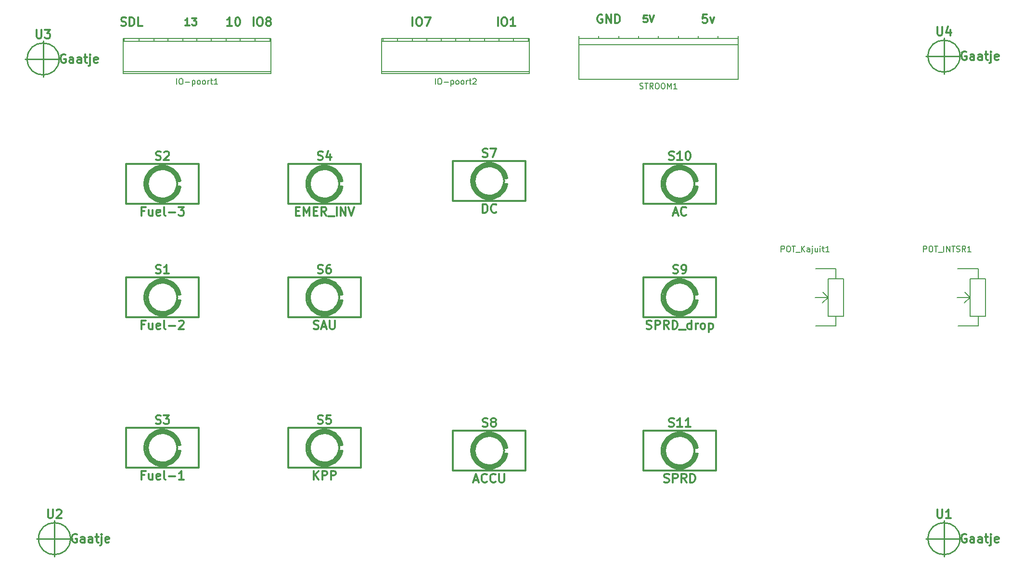
<source format=gbr>
G04 #@! TF.FileFunction,Legend,Top*
%FSLAX46Y46*%
G04 Gerber Fmt 4.6, Leading zero omitted, Abs format (unit mm)*
G04 Created by KiCad (PCBNEW 4.0.0-rc2-stable) date 11-1-2016 16:01:00*
%MOMM*%
G01*
G04 APERTURE LIST*
%ADD10C,0.100000*%
%ADD11C,0.300000*%
%ADD12C,0.150000*%
%ADD13C,0.378460*%
%ADD14C,0.254000*%
%ADD15C,0.304800*%
G04 APERTURE END LIST*
D10*
D11*
X121000000Y-29678571D02*
X121000000Y-28178571D01*
X122000000Y-28178571D02*
X122285714Y-28178571D01*
X122428572Y-28250000D01*
X122571429Y-28392857D01*
X122642857Y-28678571D01*
X122642857Y-29178571D01*
X122571429Y-29464286D01*
X122428572Y-29607143D01*
X122285714Y-29678571D01*
X122000000Y-29678571D01*
X121857143Y-29607143D01*
X121714286Y-29464286D01*
X121642857Y-29178571D01*
X121642857Y-28678571D01*
X121714286Y-28392857D01*
X121857143Y-28250000D01*
X122000000Y-28178571D01*
X124071429Y-29678571D02*
X123214286Y-29678571D01*
X123642858Y-29678571D02*
X123642858Y-28178571D01*
X123500001Y-28392857D01*
X123357143Y-28535714D01*
X123214286Y-28607143D01*
X106000000Y-29678571D02*
X106000000Y-28178571D01*
X107000000Y-28178571D02*
X107285714Y-28178571D01*
X107428572Y-28250000D01*
X107571429Y-28392857D01*
X107642857Y-28678571D01*
X107642857Y-29178571D01*
X107571429Y-29464286D01*
X107428572Y-29607143D01*
X107285714Y-29678571D01*
X107000000Y-29678571D01*
X106857143Y-29607143D01*
X106714286Y-29464286D01*
X106642857Y-29178571D01*
X106642857Y-28678571D01*
X106714286Y-28392857D01*
X106857143Y-28250000D01*
X107000000Y-28178571D01*
X108142858Y-28178571D02*
X109142858Y-28178571D01*
X108500001Y-29678571D01*
X147271429Y-27842857D02*
X146700000Y-27842857D01*
X146642857Y-28414286D01*
X146700000Y-28357143D01*
X146814286Y-28300000D01*
X147100000Y-28300000D01*
X147214286Y-28357143D01*
X147271429Y-28414286D01*
X147328572Y-28528571D01*
X147328572Y-28814286D01*
X147271429Y-28928571D01*
X147214286Y-28985714D01*
X147100000Y-29042857D01*
X146814286Y-29042857D01*
X146700000Y-28985714D01*
X146642857Y-28928571D01*
X147671429Y-27842857D02*
X148071429Y-29042857D01*
X148471429Y-27842857D01*
X139357143Y-27750000D02*
X139214286Y-27678571D01*
X139000000Y-27678571D01*
X138785715Y-27750000D01*
X138642857Y-27892857D01*
X138571429Y-28035714D01*
X138500000Y-28321429D01*
X138500000Y-28535714D01*
X138571429Y-28821429D01*
X138642857Y-28964286D01*
X138785715Y-29107143D01*
X139000000Y-29178571D01*
X139142857Y-29178571D01*
X139357143Y-29107143D01*
X139428572Y-29035714D01*
X139428572Y-28535714D01*
X139142857Y-28535714D01*
X140071429Y-29178571D02*
X140071429Y-27678571D01*
X140928572Y-29178571D01*
X140928572Y-27678571D01*
X141642858Y-29178571D02*
X141642858Y-27678571D01*
X142000001Y-27678571D01*
X142214286Y-27750000D01*
X142357144Y-27892857D01*
X142428572Y-28035714D01*
X142500001Y-28321429D01*
X142500001Y-28535714D01*
X142428572Y-28821429D01*
X142357144Y-28964286D01*
X142214286Y-29107143D01*
X142000001Y-29178571D01*
X141642858Y-29178571D01*
X157785715Y-27678571D02*
X157071429Y-27678571D01*
X157000000Y-28392857D01*
X157071429Y-28321429D01*
X157214286Y-28250000D01*
X157571429Y-28250000D01*
X157714286Y-28321429D01*
X157785715Y-28392857D01*
X157857143Y-28535714D01*
X157857143Y-28892857D01*
X157785715Y-29035714D01*
X157714286Y-29107143D01*
X157571429Y-29178571D01*
X157214286Y-29178571D01*
X157071429Y-29107143D01*
X157000000Y-29035714D01*
X158357143Y-28178571D02*
X158714286Y-29178571D01*
X159071428Y-28178571D01*
X74214286Y-29678571D02*
X73357143Y-29678571D01*
X73785715Y-29678571D02*
X73785715Y-28178571D01*
X73642858Y-28392857D01*
X73500000Y-28535714D01*
X73357143Y-28607143D01*
X75142857Y-28178571D02*
X75285714Y-28178571D01*
X75428571Y-28250000D01*
X75500000Y-28321429D01*
X75571429Y-28464286D01*
X75642857Y-28750000D01*
X75642857Y-29107143D01*
X75571429Y-29392857D01*
X75500000Y-29535714D01*
X75428571Y-29607143D01*
X75285714Y-29678571D01*
X75142857Y-29678571D01*
X75000000Y-29607143D01*
X74928571Y-29535714D01*
X74857143Y-29392857D01*
X74785714Y-29107143D01*
X74785714Y-28750000D01*
X74857143Y-28464286D01*
X74928571Y-28321429D01*
X75000000Y-28250000D01*
X75142857Y-28178571D01*
X66752381Y-29588095D02*
X66009524Y-29588095D01*
X66380953Y-29588095D02*
X66380953Y-28288095D01*
X66257143Y-28473810D01*
X66133334Y-28597619D01*
X66009524Y-28659524D01*
X67185714Y-28288095D02*
X67990476Y-28288095D01*
X67557143Y-28783333D01*
X67742857Y-28783333D01*
X67866667Y-28845238D01*
X67928571Y-28907143D01*
X67990476Y-29030952D01*
X67990476Y-29340476D01*
X67928571Y-29464286D01*
X67866667Y-29526190D01*
X67742857Y-29588095D01*
X67371429Y-29588095D01*
X67247619Y-29526190D01*
X67185714Y-29464286D01*
X78000000Y-29678571D02*
X78000000Y-28178571D01*
X79000000Y-28178571D02*
X79285714Y-28178571D01*
X79428572Y-28250000D01*
X79571429Y-28392857D01*
X79642857Y-28678571D01*
X79642857Y-29178571D01*
X79571429Y-29464286D01*
X79428572Y-29607143D01*
X79285714Y-29678571D01*
X79000000Y-29678571D01*
X78857143Y-29607143D01*
X78714286Y-29464286D01*
X78642857Y-29178571D01*
X78642857Y-28678571D01*
X78714286Y-28392857D01*
X78857143Y-28250000D01*
X79000000Y-28178571D01*
X80500001Y-28821429D02*
X80357143Y-28750000D01*
X80285715Y-28678571D01*
X80214286Y-28535714D01*
X80214286Y-28464286D01*
X80285715Y-28321429D01*
X80357143Y-28250000D01*
X80500001Y-28178571D01*
X80785715Y-28178571D01*
X80928572Y-28250000D01*
X81000001Y-28321429D01*
X81071429Y-28464286D01*
X81071429Y-28535714D01*
X81000001Y-28678571D01*
X80928572Y-28750000D01*
X80785715Y-28821429D01*
X80500001Y-28821429D01*
X80357143Y-28892857D01*
X80285715Y-28964286D01*
X80214286Y-29107143D01*
X80214286Y-29392857D01*
X80285715Y-29535714D01*
X80357143Y-29607143D01*
X80500001Y-29678571D01*
X80785715Y-29678571D01*
X80928572Y-29607143D01*
X81000001Y-29535714D01*
X81071429Y-29392857D01*
X81071429Y-29107143D01*
X81000001Y-28964286D01*
X80928572Y-28892857D01*
X80785715Y-28821429D01*
X54714286Y-29607143D02*
X54928572Y-29678571D01*
X55285715Y-29678571D01*
X55428572Y-29607143D01*
X55500001Y-29535714D01*
X55571429Y-29392857D01*
X55571429Y-29250000D01*
X55500001Y-29107143D01*
X55428572Y-29035714D01*
X55285715Y-28964286D01*
X55000001Y-28892857D01*
X54857143Y-28821429D01*
X54785715Y-28750000D01*
X54714286Y-28607143D01*
X54714286Y-28464286D01*
X54785715Y-28321429D01*
X54857143Y-28250000D01*
X55000001Y-28178571D01*
X55357143Y-28178571D01*
X55571429Y-28250000D01*
X56214286Y-29678571D02*
X56214286Y-28178571D01*
X56571429Y-28178571D01*
X56785714Y-28250000D01*
X56928572Y-28392857D01*
X57000000Y-28535714D01*
X57071429Y-28821429D01*
X57071429Y-29035714D01*
X57000000Y-29321429D01*
X56928572Y-29464286D01*
X56785714Y-29607143D01*
X56571429Y-29678571D01*
X56214286Y-29678571D01*
X58428572Y-29678571D02*
X57714286Y-29678571D01*
X57714286Y-28178571D01*
D12*
X68070000Y-32399040D02*
X68070000Y-31901200D01*
X55070280Y-37700020D02*
X81069720Y-37700020D01*
X81069720Y-38098800D02*
X55070280Y-38098800D01*
X55070280Y-32399040D02*
X81069720Y-32399040D01*
X81069720Y-31901200D02*
X55070280Y-31901200D01*
X70569360Y-32399040D02*
X70569360Y-31901200D01*
X65570640Y-32399040D02*
X65570640Y-31901200D01*
X57869360Y-32399040D02*
X57869360Y-31901200D01*
X60470320Y-32399040D02*
X60470320Y-31901200D01*
X62967140Y-32399040D02*
X62967140Y-31901200D01*
X73170320Y-32399040D02*
X73170320Y-31901200D01*
X75667140Y-32399040D02*
X75667140Y-31901200D01*
X80869060Y-31901200D02*
X80869060Y-32399040D01*
X55270940Y-32399040D02*
X55270940Y-31901200D01*
X78265560Y-31901200D02*
X78265560Y-32399040D01*
X55072820Y-31901200D02*
X55072820Y-38098800D01*
X81067180Y-38098800D02*
X81067180Y-31901200D01*
X113570000Y-32399040D02*
X113570000Y-31901200D01*
X100570280Y-37700020D02*
X126569720Y-37700020D01*
X126569720Y-38098800D02*
X100570280Y-38098800D01*
X100570280Y-32399040D02*
X126569720Y-32399040D01*
X126569720Y-31901200D02*
X100570280Y-31901200D01*
X116069360Y-32399040D02*
X116069360Y-31901200D01*
X111070640Y-32399040D02*
X111070640Y-31901200D01*
X103369360Y-32399040D02*
X103369360Y-31901200D01*
X105970320Y-32399040D02*
X105970320Y-31901200D01*
X108467140Y-32399040D02*
X108467140Y-31901200D01*
X118670320Y-32399040D02*
X118670320Y-31901200D01*
X121167140Y-32399040D02*
X121167140Y-31901200D01*
X126369060Y-31901200D02*
X126369060Y-32399040D01*
X100770940Y-32399040D02*
X100770940Y-31901200D01*
X123765560Y-31901200D02*
X123765560Y-32399040D01*
X100572820Y-31901200D02*
X100572820Y-38098800D01*
X126567180Y-38098800D02*
X126567180Y-31901200D01*
X205499100Y-82550780D02*
X201950720Y-82550780D01*
X205499100Y-80800720D02*
X205499100Y-82550780D01*
X205499100Y-74201800D02*
X205499100Y-72451740D01*
X205499100Y-72451740D02*
X201899920Y-72451740D01*
X204099560Y-77501260D02*
X201849120Y-77552060D01*
X204099560Y-77501260D02*
X203098800Y-78451220D01*
X204099560Y-77552060D02*
X203149600Y-76551300D01*
X204099560Y-74201800D02*
X206799580Y-74201800D01*
X206799580Y-74201800D02*
X206799580Y-80800720D01*
X206799580Y-80800720D02*
X204099560Y-80800720D01*
X204099560Y-80800720D02*
X204099560Y-74201800D01*
X180499100Y-82550780D02*
X176950720Y-82550780D01*
X180499100Y-80800720D02*
X180499100Y-82550780D01*
X180499100Y-74201800D02*
X180499100Y-72451740D01*
X180499100Y-72451740D02*
X176899920Y-72451740D01*
X179099560Y-77501260D02*
X176849120Y-77552060D01*
X179099560Y-77501260D02*
X178098800Y-78451220D01*
X179099560Y-77552060D02*
X178149600Y-76551300D01*
X179099560Y-74201800D02*
X181799580Y-74201800D01*
X181799580Y-74201800D02*
X181799580Y-80800720D01*
X181799580Y-80800720D02*
X179099560Y-80800720D01*
X179099560Y-80800720D02*
X179099560Y-74201800D01*
D13*
X64600960Y-78000380D02*
X65098800Y-78000380D01*
X64600960Y-76999620D02*
X65098800Y-76999620D01*
X64618172Y-77500000D02*
G75*
G03X64618172Y-77500000I-2618172J0D01*
G01*
X64560320Y-76979300D02*
G75*
G03X61479300Y-74939680I-2560320J-520700D01*
G01*
X61519940Y-80060320D02*
G75*
G03X64560320Y-77980060I480060J2560320D01*
G01*
X61298960Y-80339720D02*
G75*
G03X64839720Y-78201040I701040J2839720D01*
G01*
X64829560Y-76798960D02*
G75*
G03X61298960Y-74670440I-2829560J-701040D01*
G01*
X59399040Y-77500000D02*
G75*
G03X62000000Y-80100960I2600960J0D01*
G01*
X62000000Y-74899040D02*
G75*
G03X59399040Y-77500000I0J-2600960D01*
G01*
X59099320Y-77500000D02*
G75*
G03X62000000Y-80400680I2900680J0D01*
G01*
X62000000Y-74599320D02*
G75*
G03X59099320Y-77500000I0J-2900680D01*
G01*
X61489460Y-80659760D02*
G75*
G03X65159760Y-78010540I510540J3159760D01*
G01*
X65159760Y-76989460D02*
G75*
G03X61489460Y-74340240I-3159760J-510540D01*
G01*
X58799600Y-77500000D02*
G75*
G03X62000000Y-80700400I3200400J0D01*
G01*
X62000000Y-74299600D02*
G75*
G03X58799600Y-77500000I0J-3200400D01*
G01*
X55599200Y-74002420D02*
X68400800Y-74002420D01*
X68400800Y-73999880D02*
X68400800Y-81000120D01*
X68400800Y-81000120D02*
X55599200Y-81000120D01*
X55599200Y-81000120D02*
X55599200Y-73999880D01*
X64600960Y-58000380D02*
X65098800Y-58000380D01*
X64600960Y-56999620D02*
X65098800Y-56999620D01*
X64618172Y-57500000D02*
G75*
G03X64618172Y-57500000I-2618172J0D01*
G01*
X64560320Y-56979300D02*
G75*
G03X61479300Y-54939680I-2560320J-520700D01*
G01*
X61519940Y-60060320D02*
G75*
G03X64560320Y-57980060I480060J2560320D01*
G01*
X61298960Y-60339720D02*
G75*
G03X64839720Y-58201040I701040J2839720D01*
G01*
X64829560Y-56798960D02*
G75*
G03X61298960Y-54670440I-2829560J-701040D01*
G01*
X59399040Y-57500000D02*
G75*
G03X62000000Y-60100960I2600960J0D01*
G01*
X62000000Y-54899040D02*
G75*
G03X59399040Y-57500000I0J-2600960D01*
G01*
X59099320Y-57500000D02*
G75*
G03X62000000Y-60400680I2900680J0D01*
G01*
X62000000Y-54599320D02*
G75*
G03X59099320Y-57500000I0J-2900680D01*
G01*
X61489460Y-60659760D02*
G75*
G03X65159760Y-58010540I510540J3159760D01*
G01*
X65159760Y-56989460D02*
G75*
G03X61489460Y-54340240I-3159760J-510540D01*
G01*
X58799600Y-57500000D02*
G75*
G03X62000000Y-60700400I3200400J0D01*
G01*
X62000000Y-54299600D02*
G75*
G03X58799600Y-57500000I0J-3200400D01*
G01*
X55599200Y-54002420D02*
X68400800Y-54002420D01*
X68400800Y-53999880D02*
X68400800Y-61000120D01*
X68400800Y-61000120D02*
X55599200Y-61000120D01*
X55599200Y-61000120D02*
X55599200Y-53999880D01*
X64600960Y-104500380D02*
X65098800Y-104500380D01*
X64600960Y-103499620D02*
X65098800Y-103499620D01*
X64618172Y-104000000D02*
G75*
G03X64618172Y-104000000I-2618172J0D01*
G01*
X64560320Y-103479300D02*
G75*
G03X61479300Y-101439680I-2560320J-520700D01*
G01*
X61519940Y-106560320D02*
G75*
G03X64560320Y-104480060I480060J2560320D01*
G01*
X61298960Y-106839720D02*
G75*
G03X64839720Y-104701040I701040J2839720D01*
G01*
X64829560Y-103298960D02*
G75*
G03X61298960Y-101170440I-2829560J-701040D01*
G01*
X59399040Y-104000000D02*
G75*
G03X62000000Y-106600960I2600960J0D01*
G01*
X62000000Y-101399040D02*
G75*
G03X59399040Y-104000000I0J-2600960D01*
G01*
X59099320Y-104000000D02*
G75*
G03X62000000Y-106900680I2900680J0D01*
G01*
X62000000Y-101099320D02*
G75*
G03X59099320Y-104000000I0J-2900680D01*
G01*
X61489460Y-107159760D02*
G75*
G03X65159760Y-104510540I510540J3159760D01*
G01*
X65159760Y-103489460D02*
G75*
G03X61489460Y-100840240I-3159760J-510540D01*
G01*
X58799600Y-104000000D02*
G75*
G03X62000000Y-107200400I3200400J0D01*
G01*
X62000000Y-100799600D02*
G75*
G03X58799600Y-104000000I0J-3200400D01*
G01*
X55599200Y-100502420D02*
X68400800Y-100502420D01*
X68400800Y-100499880D02*
X68400800Y-107500120D01*
X68400800Y-107500120D02*
X55599200Y-107500120D01*
X55599200Y-107500120D02*
X55599200Y-100499880D01*
X93100960Y-58000380D02*
X93598800Y-58000380D01*
X93100960Y-56999620D02*
X93598800Y-56999620D01*
X93118172Y-57500000D02*
G75*
G03X93118172Y-57500000I-2618172J0D01*
G01*
X93060320Y-56979300D02*
G75*
G03X89979300Y-54939680I-2560320J-520700D01*
G01*
X90019940Y-60060320D02*
G75*
G03X93060320Y-57980060I480060J2560320D01*
G01*
X89798960Y-60339720D02*
G75*
G03X93339720Y-58201040I701040J2839720D01*
G01*
X93329560Y-56798960D02*
G75*
G03X89798960Y-54670440I-2829560J-701040D01*
G01*
X87899040Y-57500000D02*
G75*
G03X90500000Y-60100960I2600960J0D01*
G01*
X90500000Y-54899040D02*
G75*
G03X87899040Y-57500000I0J-2600960D01*
G01*
X87599320Y-57500000D02*
G75*
G03X90500000Y-60400680I2900680J0D01*
G01*
X90500000Y-54599320D02*
G75*
G03X87599320Y-57500000I0J-2900680D01*
G01*
X89989460Y-60659760D02*
G75*
G03X93659760Y-58010540I510540J3159760D01*
G01*
X93659760Y-56989460D02*
G75*
G03X89989460Y-54340240I-3159760J-510540D01*
G01*
X87299600Y-57500000D02*
G75*
G03X90500000Y-60700400I3200400J0D01*
G01*
X90500000Y-54299600D02*
G75*
G03X87299600Y-57500000I0J-3200400D01*
G01*
X84099200Y-54002420D02*
X96900800Y-54002420D01*
X96900800Y-53999880D02*
X96900800Y-61000120D01*
X96900800Y-61000120D02*
X84099200Y-61000120D01*
X84099200Y-61000120D02*
X84099200Y-53999880D01*
X93100960Y-104500380D02*
X93598800Y-104500380D01*
X93100960Y-103499620D02*
X93598800Y-103499620D01*
X93118172Y-104000000D02*
G75*
G03X93118172Y-104000000I-2618172J0D01*
G01*
X93060320Y-103479300D02*
G75*
G03X89979300Y-101439680I-2560320J-520700D01*
G01*
X90019940Y-106560320D02*
G75*
G03X93060320Y-104480060I480060J2560320D01*
G01*
X89798960Y-106839720D02*
G75*
G03X93339720Y-104701040I701040J2839720D01*
G01*
X93329560Y-103298960D02*
G75*
G03X89798960Y-101170440I-2829560J-701040D01*
G01*
X87899040Y-104000000D02*
G75*
G03X90500000Y-106600960I2600960J0D01*
G01*
X90500000Y-101399040D02*
G75*
G03X87899040Y-104000000I0J-2600960D01*
G01*
X87599320Y-104000000D02*
G75*
G03X90500000Y-106900680I2900680J0D01*
G01*
X90500000Y-101099320D02*
G75*
G03X87599320Y-104000000I0J-2900680D01*
G01*
X89989460Y-107159760D02*
G75*
G03X93659760Y-104510540I510540J3159760D01*
G01*
X93659760Y-103489460D02*
G75*
G03X89989460Y-100840240I-3159760J-510540D01*
G01*
X87299600Y-104000000D02*
G75*
G03X90500000Y-107200400I3200400J0D01*
G01*
X90500000Y-100799600D02*
G75*
G03X87299600Y-104000000I0J-3200400D01*
G01*
X84099200Y-100502420D02*
X96900800Y-100502420D01*
X96900800Y-100499880D02*
X96900800Y-107500120D01*
X96900800Y-107500120D02*
X84099200Y-107500120D01*
X84099200Y-107500120D02*
X84099200Y-100499880D01*
X93100960Y-78000380D02*
X93598800Y-78000380D01*
X93100960Y-76999620D02*
X93598800Y-76999620D01*
X93118172Y-77500000D02*
G75*
G03X93118172Y-77500000I-2618172J0D01*
G01*
X93060320Y-76979300D02*
G75*
G03X89979300Y-74939680I-2560320J-520700D01*
G01*
X90019940Y-80060320D02*
G75*
G03X93060320Y-77980060I480060J2560320D01*
G01*
X89798960Y-80339720D02*
G75*
G03X93339720Y-78201040I701040J2839720D01*
G01*
X93329560Y-76798960D02*
G75*
G03X89798960Y-74670440I-2829560J-701040D01*
G01*
X87899040Y-77500000D02*
G75*
G03X90500000Y-80100960I2600960J0D01*
G01*
X90500000Y-74899040D02*
G75*
G03X87899040Y-77500000I0J-2600960D01*
G01*
X87599320Y-77500000D02*
G75*
G03X90500000Y-80400680I2900680J0D01*
G01*
X90500000Y-74599320D02*
G75*
G03X87599320Y-77500000I0J-2900680D01*
G01*
X89989460Y-80659760D02*
G75*
G03X93659760Y-78010540I510540J3159760D01*
G01*
X93659760Y-76989460D02*
G75*
G03X89989460Y-74340240I-3159760J-510540D01*
G01*
X87299600Y-77500000D02*
G75*
G03X90500000Y-80700400I3200400J0D01*
G01*
X90500000Y-74299600D02*
G75*
G03X87299600Y-77500000I0J-3200400D01*
G01*
X84099200Y-74002420D02*
X96900800Y-74002420D01*
X96900800Y-73999880D02*
X96900800Y-81000120D01*
X96900800Y-81000120D02*
X84099200Y-81000120D01*
X84099200Y-81000120D02*
X84099200Y-73999880D01*
X122100960Y-57500380D02*
X122598800Y-57500380D01*
X122100960Y-56499620D02*
X122598800Y-56499620D01*
X122118172Y-57000000D02*
G75*
G03X122118172Y-57000000I-2618172J0D01*
G01*
X122060320Y-56479300D02*
G75*
G03X118979300Y-54439680I-2560320J-520700D01*
G01*
X119019940Y-59560320D02*
G75*
G03X122060320Y-57480060I480060J2560320D01*
G01*
X118798960Y-59839720D02*
G75*
G03X122339720Y-57701040I701040J2839720D01*
G01*
X122329560Y-56298960D02*
G75*
G03X118798960Y-54170440I-2829560J-701040D01*
G01*
X116899040Y-57000000D02*
G75*
G03X119500000Y-59600960I2600960J0D01*
G01*
X119500000Y-54399040D02*
G75*
G03X116899040Y-57000000I0J-2600960D01*
G01*
X116599320Y-57000000D02*
G75*
G03X119500000Y-59900680I2900680J0D01*
G01*
X119500000Y-54099320D02*
G75*
G03X116599320Y-57000000I0J-2900680D01*
G01*
X118989460Y-60159760D02*
G75*
G03X122659760Y-57510540I510540J3159760D01*
G01*
X122659760Y-56489460D02*
G75*
G03X118989460Y-53840240I-3159760J-510540D01*
G01*
X116299600Y-57000000D02*
G75*
G03X119500000Y-60200400I3200400J0D01*
G01*
X119500000Y-53799600D02*
G75*
G03X116299600Y-57000000I0J-3200400D01*
G01*
X113099200Y-53502420D02*
X125900800Y-53502420D01*
X125900800Y-53499880D02*
X125900800Y-60500120D01*
X125900800Y-60500120D02*
X113099200Y-60500120D01*
X113099200Y-60500120D02*
X113099200Y-53499880D01*
X122100960Y-105000380D02*
X122598800Y-105000380D01*
X122100960Y-103999620D02*
X122598800Y-103999620D01*
X122118172Y-104500000D02*
G75*
G03X122118172Y-104500000I-2618172J0D01*
G01*
X122060320Y-103979300D02*
G75*
G03X118979300Y-101939680I-2560320J-520700D01*
G01*
X119019940Y-107060320D02*
G75*
G03X122060320Y-104980060I480060J2560320D01*
G01*
X118798960Y-107339720D02*
G75*
G03X122339720Y-105201040I701040J2839720D01*
G01*
X122329560Y-103798960D02*
G75*
G03X118798960Y-101670440I-2829560J-701040D01*
G01*
X116899040Y-104500000D02*
G75*
G03X119500000Y-107100960I2600960J0D01*
G01*
X119500000Y-101899040D02*
G75*
G03X116899040Y-104500000I0J-2600960D01*
G01*
X116599320Y-104500000D02*
G75*
G03X119500000Y-107400680I2900680J0D01*
G01*
X119500000Y-101599320D02*
G75*
G03X116599320Y-104500000I0J-2900680D01*
G01*
X118989460Y-107659760D02*
G75*
G03X122659760Y-105010540I510540J3159760D01*
G01*
X122659760Y-103989460D02*
G75*
G03X118989460Y-101340240I-3159760J-510540D01*
G01*
X116299600Y-104500000D02*
G75*
G03X119500000Y-107700400I3200400J0D01*
G01*
X119500000Y-101299600D02*
G75*
G03X116299600Y-104500000I0J-3200400D01*
G01*
X113099200Y-101002420D02*
X125900800Y-101002420D01*
X125900800Y-100999880D02*
X125900800Y-108000120D01*
X125900800Y-108000120D02*
X113099200Y-108000120D01*
X113099200Y-108000120D02*
X113099200Y-100999880D01*
X155600960Y-78000380D02*
X156098800Y-78000380D01*
X155600960Y-76999620D02*
X156098800Y-76999620D01*
X155618172Y-77500000D02*
G75*
G03X155618172Y-77500000I-2618172J0D01*
G01*
X155560320Y-76979300D02*
G75*
G03X152479300Y-74939680I-2560320J-520700D01*
G01*
X152519940Y-80060320D02*
G75*
G03X155560320Y-77980060I480060J2560320D01*
G01*
X152298960Y-80339720D02*
G75*
G03X155839720Y-78201040I701040J2839720D01*
G01*
X155829560Y-76798960D02*
G75*
G03X152298960Y-74670440I-2829560J-701040D01*
G01*
X150399040Y-77500000D02*
G75*
G03X153000000Y-80100960I2600960J0D01*
G01*
X153000000Y-74899040D02*
G75*
G03X150399040Y-77500000I0J-2600960D01*
G01*
X150099320Y-77500000D02*
G75*
G03X153000000Y-80400680I2900680J0D01*
G01*
X153000000Y-74599320D02*
G75*
G03X150099320Y-77500000I0J-2900680D01*
G01*
X152489460Y-80659760D02*
G75*
G03X156159760Y-78010540I510540J3159760D01*
G01*
X156159760Y-76989460D02*
G75*
G03X152489460Y-74340240I-3159760J-510540D01*
G01*
X149799600Y-77500000D02*
G75*
G03X153000000Y-80700400I3200400J0D01*
G01*
X153000000Y-74299600D02*
G75*
G03X149799600Y-77500000I0J-3200400D01*
G01*
X146599200Y-74002420D02*
X159400800Y-74002420D01*
X159400800Y-73999880D02*
X159400800Y-81000120D01*
X159400800Y-81000120D02*
X146599200Y-81000120D01*
X146599200Y-81000120D02*
X146599200Y-73999880D01*
X155600960Y-58000380D02*
X156098800Y-58000380D01*
X155600960Y-56999620D02*
X156098800Y-56999620D01*
X155618172Y-57500000D02*
G75*
G03X155618172Y-57500000I-2618172J0D01*
G01*
X155560320Y-56979300D02*
G75*
G03X152479300Y-54939680I-2560320J-520700D01*
G01*
X152519940Y-60060320D02*
G75*
G03X155560320Y-57980060I480060J2560320D01*
G01*
X152298960Y-60339720D02*
G75*
G03X155839720Y-58201040I701040J2839720D01*
G01*
X155829560Y-56798960D02*
G75*
G03X152298960Y-54670440I-2829560J-701040D01*
G01*
X150399040Y-57500000D02*
G75*
G03X153000000Y-60100960I2600960J0D01*
G01*
X153000000Y-54899040D02*
G75*
G03X150399040Y-57500000I0J-2600960D01*
G01*
X150099320Y-57500000D02*
G75*
G03X153000000Y-60400680I2900680J0D01*
G01*
X153000000Y-54599320D02*
G75*
G03X150099320Y-57500000I0J-2900680D01*
G01*
X152489460Y-60659760D02*
G75*
G03X156159760Y-58010540I510540J3159760D01*
G01*
X156159760Y-56989460D02*
G75*
G03X152489460Y-54340240I-3159760J-510540D01*
G01*
X149799600Y-57500000D02*
G75*
G03X153000000Y-60700400I3200400J0D01*
G01*
X153000000Y-54299600D02*
G75*
G03X149799600Y-57500000I0J-3200400D01*
G01*
X146599200Y-54002420D02*
X159400800Y-54002420D01*
X159400800Y-53999880D02*
X159400800Y-61000120D01*
X159400800Y-61000120D02*
X146599200Y-61000120D01*
X146599200Y-61000120D02*
X146599200Y-53999880D01*
X155600960Y-105000380D02*
X156098800Y-105000380D01*
X155600960Y-103999620D02*
X156098800Y-103999620D01*
X155618172Y-104500000D02*
G75*
G03X155618172Y-104500000I-2618172J0D01*
G01*
X155560320Y-103979300D02*
G75*
G03X152479300Y-101939680I-2560320J-520700D01*
G01*
X152519940Y-107060320D02*
G75*
G03X155560320Y-104980060I480060J2560320D01*
G01*
X152298960Y-107339720D02*
G75*
G03X155839720Y-105201040I701040J2839720D01*
G01*
X155829560Y-103798960D02*
G75*
G03X152298960Y-101670440I-2829560J-701040D01*
G01*
X150399040Y-104500000D02*
G75*
G03X153000000Y-107100960I2600960J0D01*
G01*
X153000000Y-101899040D02*
G75*
G03X150399040Y-104500000I0J-2600960D01*
G01*
X150099320Y-104500000D02*
G75*
G03X153000000Y-107400680I2900680J0D01*
G01*
X153000000Y-101599320D02*
G75*
G03X150099320Y-104500000I0J-2900680D01*
G01*
X152489460Y-107659760D02*
G75*
G03X156159760Y-105010540I510540J3159760D01*
G01*
X156159760Y-103989460D02*
G75*
G03X152489460Y-101340240I-3159760J-510540D01*
G01*
X149799600Y-104500000D02*
G75*
G03X153000000Y-107700400I3200400J0D01*
G01*
X153000000Y-101299600D02*
G75*
G03X149799600Y-104500000I0J-3200400D01*
G01*
X146599200Y-101002420D02*
X159400800Y-101002420D01*
X159400800Y-100999880D02*
X159400800Y-108000120D01*
X159400800Y-108000120D02*
X146599200Y-108000120D01*
X146599200Y-108000120D02*
X146599200Y-100999880D01*
D12*
X138750000Y-31900000D02*
X138750000Y-31500000D01*
X152750000Y-31900000D02*
X152750000Y-31500000D01*
X142250000Y-31900000D02*
X142250000Y-31500000D01*
X145750000Y-31900000D02*
X145750000Y-31500000D01*
X159750000Y-31900000D02*
X159750000Y-31500000D01*
X156250000Y-31900000D02*
X156250000Y-31500000D01*
X149250000Y-31900000D02*
X149250000Y-31500000D01*
X163250000Y-33000000D02*
X135250000Y-33000000D01*
X163250000Y-31900000D02*
X135250000Y-31900000D01*
X163250000Y-39100000D02*
X163250000Y-31500000D01*
X135250000Y-31500000D02*
X135250000Y-39100000D01*
X135250000Y-39100000D02*
X163250000Y-39100000D01*
D14*
X199500000Y-116825000D02*
X199500000Y-123175000D01*
X196325000Y-120000000D02*
X202675000Y-120000000D01*
X202305522Y-120000000D02*
G75*
G03X202305522Y-120000000I-2805522J0D01*
G01*
X43000000Y-116825000D02*
X43000000Y-123175000D01*
X39825000Y-120000000D02*
X46175000Y-120000000D01*
X45805522Y-120000000D02*
G75*
G03X45805522Y-120000000I-2805522J0D01*
G01*
X41000000Y-32325000D02*
X41000000Y-38675000D01*
X37825000Y-35500000D02*
X44175000Y-35500000D01*
X43805522Y-35500000D02*
G75*
G03X43805522Y-35500000I-2805522J0D01*
G01*
X199500000Y-31825000D02*
X199500000Y-38175000D01*
X196325000Y-35000000D02*
X202675000Y-35000000D01*
X202305522Y-35000000D02*
G75*
G03X202305522Y-35000000I-2805522J0D01*
G01*
D12*
X64498571Y-39953261D02*
X64498571Y-38953261D01*
X65165237Y-38953261D02*
X65355714Y-38953261D01*
X65450952Y-39000880D01*
X65546190Y-39096118D01*
X65593809Y-39286594D01*
X65593809Y-39619928D01*
X65546190Y-39810404D01*
X65450952Y-39905642D01*
X65355714Y-39953261D01*
X65165237Y-39953261D01*
X65069999Y-39905642D01*
X64974761Y-39810404D01*
X64927142Y-39619928D01*
X64927142Y-39286594D01*
X64974761Y-39096118D01*
X65069999Y-39000880D01*
X65165237Y-38953261D01*
X66022380Y-39572309D02*
X66784285Y-39572309D01*
X67260475Y-39286594D02*
X67260475Y-40286594D01*
X67260475Y-39334213D02*
X67355713Y-39286594D01*
X67546190Y-39286594D01*
X67641428Y-39334213D01*
X67689047Y-39381832D01*
X67736666Y-39477070D01*
X67736666Y-39762785D01*
X67689047Y-39858023D01*
X67641428Y-39905642D01*
X67546190Y-39953261D01*
X67355713Y-39953261D01*
X67260475Y-39905642D01*
X68308094Y-39953261D02*
X68212856Y-39905642D01*
X68165237Y-39858023D01*
X68117618Y-39762785D01*
X68117618Y-39477070D01*
X68165237Y-39381832D01*
X68212856Y-39334213D01*
X68308094Y-39286594D01*
X68450952Y-39286594D01*
X68546190Y-39334213D01*
X68593809Y-39381832D01*
X68641428Y-39477070D01*
X68641428Y-39762785D01*
X68593809Y-39858023D01*
X68546190Y-39905642D01*
X68450952Y-39953261D01*
X68308094Y-39953261D01*
X69212856Y-39953261D02*
X69117618Y-39905642D01*
X69069999Y-39858023D01*
X69022380Y-39762785D01*
X69022380Y-39477070D01*
X69069999Y-39381832D01*
X69117618Y-39334213D01*
X69212856Y-39286594D01*
X69355714Y-39286594D01*
X69450952Y-39334213D01*
X69498571Y-39381832D01*
X69546190Y-39477070D01*
X69546190Y-39762785D01*
X69498571Y-39858023D01*
X69450952Y-39905642D01*
X69355714Y-39953261D01*
X69212856Y-39953261D01*
X69974761Y-39953261D02*
X69974761Y-39286594D01*
X69974761Y-39477070D02*
X70022380Y-39381832D01*
X70069999Y-39334213D01*
X70165237Y-39286594D01*
X70260476Y-39286594D01*
X70450952Y-39286594D02*
X70831904Y-39286594D01*
X70593809Y-38953261D02*
X70593809Y-39810404D01*
X70641428Y-39905642D01*
X70736666Y-39953261D01*
X70831904Y-39953261D01*
X71689048Y-39953261D02*
X71117619Y-39953261D01*
X71403333Y-39953261D02*
X71403333Y-38953261D01*
X71308095Y-39096118D01*
X71212857Y-39191356D01*
X71117619Y-39238975D01*
X109998571Y-39953261D02*
X109998571Y-38953261D01*
X110665237Y-38953261D02*
X110855714Y-38953261D01*
X110950952Y-39000880D01*
X111046190Y-39096118D01*
X111093809Y-39286594D01*
X111093809Y-39619928D01*
X111046190Y-39810404D01*
X110950952Y-39905642D01*
X110855714Y-39953261D01*
X110665237Y-39953261D01*
X110569999Y-39905642D01*
X110474761Y-39810404D01*
X110427142Y-39619928D01*
X110427142Y-39286594D01*
X110474761Y-39096118D01*
X110569999Y-39000880D01*
X110665237Y-38953261D01*
X111522380Y-39572309D02*
X112284285Y-39572309D01*
X112760475Y-39286594D02*
X112760475Y-40286594D01*
X112760475Y-39334213D02*
X112855713Y-39286594D01*
X113046190Y-39286594D01*
X113141428Y-39334213D01*
X113189047Y-39381832D01*
X113236666Y-39477070D01*
X113236666Y-39762785D01*
X113189047Y-39858023D01*
X113141428Y-39905642D01*
X113046190Y-39953261D01*
X112855713Y-39953261D01*
X112760475Y-39905642D01*
X113808094Y-39953261D02*
X113712856Y-39905642D01*
X113665237Y-39858023D01*
X113617618Y-39762785D01*
X113617618Y-39477070D01*
X113665237Y-39381832D01*
X113712856Y-39334213D01*
X113808094Y-39286594D01*
X113950952Y-39286594D01*
X114046190Y-39334213D01*
X114093809Y-39381832D01*
X114141428Y-39477070D01*
X114141428Y-39762785D01*
X114093809Y-39858023D01*
X114046190Y-39905642D01*
X113950952Y-39953261D01*
X113808094Y-39953261D01*
X114712856Y-39953261D02*
X114617618Y-39905642D01*
X114569999Y-39858023D01*
X114522380Y-39762785D01*
X114522380Y-39477070D01*
X114569999Y-39381832D01*
X114617618Y-39334213D01*
X114712856Y-39286594D01*
X114855714Y-39286594D01*
X114950952Y-39334213D01*
X114998571Y-39381832D01*
X115046190Y-39477070D01*
X115046190Y-39762785D01*
X114998571Y-39858023D01*
X114950952Y-39905642D01*
X114855714Y-39953261D01*
X114712856Y-39953261D01*
X115474761Y-39953261D02*
X115474761Y-39286594D01*
X115474761Y-39477070D02*
X115522380Y-39381832D01*
X115569999Y-39334213D01*
X115665237Y-39286594D01*
X115760476Y-39286594D01*
X115950952Y-39286594D02*
X116331904Y-39286594D01*
X116093809Y-38953261D02*
X116093809Y-39810404D01*
X116141428Y-39905642D01*
X116236666Y-39953261D01*
X116331904Y-39953261D01*
X116617619Y-39048499D02*
X116665238Y-39000880D01*
X116760476Y-38953261D01*
X116998572Y-38953261D01*
X117093810Y-39000880D01*
X117141429Y-39048499D01*
X117189048Y-39143737D01*
X117189048Y-39238975D01*
X117141429Y-39381832D01*
X116570000Y-39953261D01*
X117189048Y-39953261D01*
X195907943Y-69454801D02*
X195907943Y-68454801D01*
X196288896Y-68454801D01*
X196384134Y-68502420D01*
X196431753Y-68550039D01*
X196479372Y-68645277D01*
X196479372Y-68788134D01*
X196431753Y-68883372D01*
X196384134Y-68930991D01*
X196288896Y-68978610D01*
X195907943Y-68978610D01*
X197098419Y-68454801D02*
X197288896Y-68454801D01*
X197384134Y-68502420D01*
X197479372Y-68597658D01*
X197526991Y-68788134D01*
X197526991Y-69121468D01*
X197479372Y-69311944D01*
X197384134Y-69407182D01*
X197288896Y-69454801D01*
X197098419Y-69454801D01*
X197003181Y-69407182D01*
X196907943Y-69311944D01*
X196860324Y-69121468D01*
X196860324Y-68788134D01*
X196907943Y-68597658D01*
X197003181Y-68502420D01*
X197098419Y-68454801D01*
X197812705Y-68454801D02*
X198384134Y-68454801D01*
X198098419Y-69454801D02*
X198098419Y-68454801D01*
X198479372Y-69550039D02*
X199241277Y-69550039D01*
X199479372Y-69454801D02*
X199479372Y-68454801D01*
X199955562Y-69454801D02*
X199955562Y-68454801D01*
X200526991Y-69454801D01*
X200526991Y-68454801D01*
X200860324Y-68454801D02*
X201431753Y-68454801D01*
X201146038Y-69454801D02*
X201146038Y-68454801D01*
X201717467Y-69407182D02*
X201860324Y-69454801D01*
X202098420Y-69454801D01*
X202193658Y-69407182D01*
X202241277Y-69359563D01*
X202288896Y-69264325D01*
X202288896Y-69169087D01*
X202241277Y-69073849D01*
X202193658Y-69026230D01*
X202098420Y-68978610D01*
X201907943Y-68930991D01*
X201812705Y-68883372D01*
X201765086Y-68835753D01*
X201717467Y-68740515D01*
X201717467Y-68645277D01*
X201765086Y-68550039D01*
X201812705Y-68502420D01*
X201907943Y-68454801D01*
X202146039Y-68454801D01*
X202288896Y-68502420D01*
X203288896Y-69454801D02*
X202955562Y-68978610D01*
X202717467Y-69454801D02*
X202717467Y-68454801D01*
X203098420Y-68454801D01*
X203193658Y-68502420D01*
X203241277Y-68550039D01*
X203288896Y-68645277D01*
X203288896Y-68788134D01*
X203241277Y-68883372D01*
X203193658Y-68930991D01*
X203098420Y-68978610D01*
X202717467Y-68978610D01*
X204241277Y-69454801D02*
X203669848Y-69454801D01*
X203955562Y-69454801D02*
X203955562Y-68454801D01*
X203860324Y-68597658D01*
X203765086Y-68692896D01*
X203669848Y-68740515D01*
X170860324Y-69454801D02*
X170860324Y-68454801D01*
X171241277Y-68454801D01*
X171336515Y-68502420D01*
X171384134Y-68550039D01*
X171431753Y-68645277D01*
X171431753Y-68788134D01*
X171384134Y-68883372D01*
X171336515Y-68930991D01*
X171241277Y-68978610D01*
X170860324Y-68978610D01*
X172050800Y-68454801D02*
X172241277Y-68454801D01*
X172336515Y-68502420D01*
X172431753Y-68597658D01*
X172479372Y-68788134D01*
X172479372Y-69121468D01*
X172431753Y-69311944D01*
X172336515Y-69407182D01*
X172241277Y-69454801D01*
X172050800Y-69454801D01*
X171955562Y-69407182D01*
X171860324Y-69311944D01*
X171812705Y-69121468D01*
X171812705Y-68788134D01*
X171860324Y-68597658D01*
X171955562Y-68502420D01*
X172050800Y-68454801D01*
X172765086Y-68454801D02*
X173336515Y-68454801D01*
X173050800Y-69454801D02*
X173050800Y-68454801D01*
X173431753Y-69550039D02*
X174193658Y-69550039D01*
X174431753Y-69454801D02*
X174431753Y-68454801D01*
X175003182Y-69454801D02*
X174574610Y-68883372D01*
X175003182Y-68454801D02*
X174431753Y-69026230D01*
X175860325Y-69454801D02*
X175860325Y-68930991D01*
X175812706Y-68835753D01*
X175717468Y-68788134D01*
X175526991Y-68788134D01*
X175431753Y-68835753D01*
X175860325Y-69407182D02*
X175765087Y-69454801D01*
X175526991Y-69454801D01*
X175431753Y-69407182D01*
X175384134Y-69311944D01*
X175384134Y-69216706D01*
X175431753Y-69121468D01*
X175526991Y-69073849D01*
X175765087Y-69073849D01*
X175860325Y-69026230D01*
X176336515Y-68788134D02*
X176336515Y-69645277D01*
X176288896Y-69740515D01*
X176193658Y-69788134D01*
X176146039Y-69788134D01*
X176336515Y-68454801D02*
X176288896Y-68502420D01*
X176336515Y-68550039D01*
X176384134Y-68502420D01*
X176336515Y-68454801D01*
X176336515Y-68550039D01*
X177241277Y-68788134D02*
X177241277Y-69454801D01*
X176812705Y-68788134D02*
X176812705Y-69311944D01*
X176860324Y-69407182D01*
X176955562Y-69454801D01*
X177098420Y-69454801D01*
X177193658Y-69407182D01*
X177241277Y-69359563D01*
X177717467Y-69454801D02*
X177717467Y-68788134D01*
X177717467Y-68454801D02*
X177669848Y-68502420D01*
X177717467Y-68550039D01*
X177765086Y-68502420D01*
X177717467Y-68454801D01*
X177717467Y-68550039D01*
X178050800Y-68788134D02*
X178431752Y-68788134D01*
X178193657Y-68454801D02*
X178193657Y-69311944D01*
X178241276Y-69407182D01*
X178336514Y-69454801D01*
X178431752Y-69454801D01*
X179288896Y-69454801D02*
X178717467Y-69454801D01*
X179003181Y-69454801D02*
X179003181Y-68454801D01*
X178907943Y-68597658D01*
X178812705Y-68692896D01*
X178717467Y-68740515D01*
D15*
X60838857Y-73217197D02*
X61056571Y-73289769D01*
X61419428Y-73289769D01*
X61564571Y-73217197D01*
X61637142Y-73144626D01*
X61709714Y-72999483D01*
X61709714Y-72854340D01*
X61637142Y-72709197D01*
X61564571Y-72636626D01*
X61419428Y-72564054D01*
X61129142Y-72491483D01*
X60984000Y-72418911D01*
X60911428Y-72346340D01*
X60838857Y-72201197D01*
X60838857Y-72056054D01*
X60911428Y-71910911D01*
X60984000Y-71838340D01*
X61129142Y-71765769D01*
X61492000Y-71765769D01*
X61709714Y-71838340D01*
X63161143Y-73289769D02*
X62290286Y-73289769D01*
X62725714Y-73289769D02*
X62725714Y-71765769D01*
X62580571Y-71983483D01*
X62435429Y-72128626D01*
X62290286Y-72201197D01*
X58806857Y-82290803D02*
X58298857Y-82290803D01*
X58298857Y-83089089D02*
X58298857Y-81565089D01*
X59024571Y-81565089D01*
X60258286Y-82073089D02*
X60258286Y-83089089D01*
X59605143Y-82073089D02*
X59605143Y-82871374D01*
X59677715Y-83016517D01*
X59822857Y-83089089D01*
X60040572Y-83089089D01*
X60185715Y-83016517D01*
X60258286Y-82943946D01*
X61564572Y-83016517D02*
X61419429Y-83089089D01*
X61129143Y-83089089D01*
X60984000Y-83016517D01*
X60911429Y-82871374D01*
X60911429Y-82290803D01*
X60984000Y-82145660D01*
X61129143Y-82073089D01*
X61419429Y-82073089D01*
X61564572Y-82145660D01*
X61637143Y-82290803D01*
X61637143Y-82435946D01*
X60911429Y-82581089D01*
X62508000Y-83089089D02*
X62362858Y-83016517D01*
X62290286Y-82871374D01*
X62290286Y-81565089D01*
X63088572Y-82508517D02*
X64249715Y-82508517D01*
X64902858Y-81710231D02*
X64975429Y-81637660D01*
X65120572Y-81565089D01*
X65483429Y-81565089D01*
X65628572Y-81637660D01*
X65701143Y-81710231D01*
X65773715Y-81855374D01*
X65773715Y-82000517D01*
X65701143Y-82218231D01*
X64830286Y-83089089D01*
X65773715Y-83089089D01*
X60838857Y-53217197D02*
X61056571Y-53289769D01*
X61419428Y-53289769D01*
X61564571Y-53217197D01*
X61637142Y-53144626D01*
X61709714Y-52999483D01*
X61709714Y-52854340D01*
X61637142Y-52709197D01*
X61564571Y-52636626D01*
X61419428Y-52564054D01*
X61129142Y-52491483D01*
X60984000Y-52418911D01*
X60911428Y-52346340D01*
X60838857Y-52201197D01*
X60838857Y-52056054D01*
X60911428Y-51910911D01*
X60984000Y-51838340D01*
X61129142Y-51765769D01*
X61492000Y-51765769D01*
X61709714Y-51838340D01*
X62290286Y-51910911D02*
X62362857Y-51838340D01*
X62508000Y-51765769D01*
X62870857Y-51765769D01*
X63016000Y-51838340D01*
X63088571Y-51910911D01*
X63161143Y-52056054D01*
X63161143Y-52201197D01*
X63088571Y-52418911D01*
X62217714Y-53289769D01*
X63161143Y-53289769D01*
X58806857Y-62290803D02*
X58298857Y-62290803D01*
X58298857Y-63089089D02*
X58298857Y-61565089D01*
X59024571Y-61565089D01*
X60258286Y-62073089D02*
X60258286Y-63089089D01*
X59605143Y-62073089D02*
X59605143Y-62871374D01*
X59677715Y-63016517D01*
X59822857Y-63089089D01*
X60040572Y-63089089D01*
X60185715Y-63016517D01*
X60258286Y-62943946D01*
X61564572Y-63016517D02*
X61419429Y-63089089D01*
X61129143Y-63089089D01*
X60984000Y-63016517D01*
X60911429Y-62871374D01*
X60911429Y-62290803D01*
X60984000Y-62145660D01*
X61129143Y-62073089D01*
X61419429Y-62073089D01*
X61564572Y-62145660D01*
X61637143Y-62290803D01*
X61637143Y-62435946D01*
X60911429Y-62581089D01*
X62508000Y-63089089D02*
X62362858Y-63016517D01*
X62290286Y-62871374D01*
X62290286Y-61565089D01*
X63088572Y-62508517D02*
X64249715Y-62508517D01*
X64830286Y-61565089D02*
X65773715Y-61565089D01*
X65265715Y-62145660D01*
X65483429Y-62145660D01*
X65628572Y-62218231D01*
X65701143Y-62290803D01*
X65773715Y-62435946D01*
X65773715Y-62798803D01*
X65701143Y-62943946D01*
X65628572Y-63016517D01*
X65483429Y-63089089D01*
X65048001Y-63089089D01*
X64902858Y-63016517D01*
X64830286Y-62943946D01*
X60838857Y-99717197D02*
X61056571Y-99789769D01*
X61419428Y-99789769D01*
X61564571Y-99717197D01*
X61637142Y-99644626D01*
X61709714Y-99499483D01*
X61709714Y-99354340D01*
X61637142Y-99209197D01*
X61564571Y-99136626D01*
X61419428Y-99064054D01*
X61129142Y-98991483D01*
X60984000Y-98918911D01*
X60911428Y-98846340D01*
X60838857Y-98701197D01*
X60838857Y-98556054D01*
X60911428Y-98410911D01*
X60984000Y-98338340D01*
X61129142Y-98265769D01*
X61492000Y-98265769D01*
X61709714Y-98338340D01*
X62217714Y-98265769D02*
X63161143Y-98265769D01*
X62653143Y-98846340D01*
X62870857Y-98846340D01*
X63016000Y-98918911D01*
X63088571Y-98991483D01*
X63161143Y-99136626D01*
X63161143Y-99499483D01*
X63088571Y-99644626D01*
X63016000Y-99717197D01*
X62870857Y-99789769D01*
X62435429Y-99789769D01*
X62290286Y-99717197D01*
X62217714Y-99644626D01*
X58806857Y-108790803D02*
X58298857Y-108790803D01*
X58298857Y-109589089D02*
X58298857Y-108065089D01*
X59024571Y-108065089D01*
X60258286Y-108573089D02*
X60258286Y-109589089D01*
X59605143Y-108573089D02*
X59605143Y-109371374D01*
X59677715Y-109516517D01*
X59822857Y-109589089D01*
X60040572Y-109589089D01*
X60185715Y-109516517D01*
X60258286Y-109443946D01*
X61564572Y-109516517D02*
X61419429Y-109589089D01*
X61129143Y-109589089D01*
X60984000Y-109516517D01*
X60911429Y-109371374D01*
X60911429Y-108790803D01*
X60984000Y-108645660D01*
X61129143Y-108573089D01*
X61419429Y-108573089D01*
X61564572Y-108645660D01*
X61637143Y-108790803D01*
X61637143Y-108935946D01*
X60911429Y-109081089D01*
X62508000Y-109589089D02*
X62362858Y-109516517D01*
X62290286Y-109371374D01*
X62290286Y-108065089D01*
X63088572Y-109008517D02*
X64249715Y-109008517D01*
X65773715Y-109589089D02*
X64902858Y-109589089D01*
X65338286Y-109589089D02*
X65338286Y-108065089D01*
X65193143Y-108282803D01*
X65048001Y-108427946D01*
X64902858Y-108500517D01*
X89338857Y-53217197D02*
X89556571Y-53289769D01*
X89919428Y-53289769D01*
X90064571Y-53217197D01*
X90137142Y-53144626D01*
X90209714Y-52999483D01*
X90209714Y-52854340D01*
X90137142Y-52709197D01*
X90064571Y-52636626D01*
X89919428Y-52564054D01*
X89629142Y-52491483D01*
X89484000Y-52418911D01*
X89411428Y-52346340D01*
X89338857Y-52201197D01*
X89338857Y-52056054D01*
X89411428Y-51910911D01*
X89484000Y-51838340D01*
X89629142Y-51765769D01*
X89992000Y-51765769D01*
X90209714Y-51838340D01*
X91516000Y-52273769D02*
X91516000Y-53289769D01*
X91153143Y-51693197D02*
X90790286Y-52781769D01*
X91733714Y-52781769D01*
X85456286Y-62290803D02*
X85964286Y-62290803D01*
X86182000Y-63089089D02*
X85456286Y-63089089D01*
X85456286Y-61565089D01*
X86182000Y-61565089D01*
X86835143Y-63089089D02*
X86835143Y-61565089D01*
X87343143Y-62653660D01*
X87851143Y-61565089D01*
X87851143Y-63089089D01*
X88576857Y-62290803D02*
X89084857Y-62290803D01*
X89302571Y-63089089D02*
X88576857Y-63089089D01*
X88576857Y-61565089D01*
X89302571Y-61565089D01*
X90826571Y-63089089D02*
X90318571Y-62363374D01*
X89955714Y-63089089D02*
X89955714Y-61565089D01*
X90536286Y-61565089D01*
X90681428Y-61637660D01*
X90754000Y-61710231D01*
X90826571Y-61855374D01*
X90826571Y-62073089D01*
X90754000Y-62218231D01*
X90681428Y-62290803D01*
X90536286Y-62363374D01*
X89955714Y-62363374D01*
X91116857Y-63234231D02*
X92278000Y-63234231D01*
X92640857Y-63089089D02*
X92640857Y-61565089D01*
X93366571Y-63089089D02*
X93366571Y-61565089D01*
X94237428Y-63089089D01*
X94237428Y-61565089D01*
X94745428Y-61565089D02*
X95253428Y-63089089D01*
X95761428Y-61565089D01*
X89338857Y-99717197D02*
X89556571Y-99789769D01*
X89919428Y-99789769D01*
X90064571Y-99717197D01*
X90137142Y-99644626D01*
X90209714Y-99499483D01*
X90209714Y-99354340D01*
X90137142Y-99209197D01*
X90064571Y-99136626D01*
X89919428Y-99064054D01*
X89629142Y-98991483D01*
X89484000Y-98918911D01*
X89411428Y-98846340D01*
X89338857Y-98701197D01*
X89338857Y-98556054D01*
X89411428Y-98410911D01*
X89484000Y-98338340D01*
X89629142Y-98265769D01*
X89992000Y-98265769D01*
X90209714Y-98338340D01*
X91588571Y-98265769D02*
X90862857Y-98265769D01*
X90790286Y-98991483D01*
X90862857Y-98918911D01*
X91008000Y-98846340D01*
X91370857Y-98846340D01*
X91516000Y-98918911D01*
X91588571Y-98991483D01*
X91661143Y-99136626D01*
X91661143Y-99499483D01*
X91588571Y-99644626D01*
X91516000Y-99717197D01*
X91370857Y-99789769D01*
X91008000Y-99789769D01*
X90862857Y-99717197D01*
X90790286Y-99644626D01*
X88576857Y-109589089D02*
X88576857Y-108065089D01*
X89447714Y-109589089D02*
X88794571Y-108718231D01*
X89447714Y-108065089D02*
X88576857Y-108935946D01*
X90100857Y-109589089D02*
X90100857Y-108065089D01*
X90681429Y-108065089D01*
X90826571Y-108137660D01*
X90899143Y-108210231D01*
X90971714Y-108355374D01*
X90971714Y-108573089D01*
X90899143Y-108718231D01*
X90826571Y-108790803D01*
X90681429Y-108863374D01*
X90100857Y-108863374D01*
X91624857Y-109589089D02*
X91624857Y-108065089D01*
X92205429Y-108065089D01*
X92350571Y-108137660D01*
X92423143Y-108210231D01*
X92495714Y-108355374D01*
X92495714Y-108573089D01*
X92423143Y-108718231D01*
X92350571Y-108790803D01*
X92205429Y-108863374D01*
X91624857Y-108863374D01*
X89338857Y-73217197D02*
X89556571Y-73289769D01*
X89919428Y-73289769D01*
X90064571Y-73217197D01*
X90137142Y-73144626D01*
X90209714Y-72999483D01*
X90209714Y-72854340D01*
X90137142Y-72709197D01*
X90064571Y-72636626D01*
X89919428Y-72564054D01*
X89629142Y-72491483D01*
X89484000Y-72418911D01*
X89411428Y-72346340D01*
X89338857Y-72201197D01*
X89338857Y-72056054D01*
X89411428Y-71910911D01*
X89484000Y-71838340D01*
X89629142Y-71765769D01*
X89992000Y-71765769D01*
X90209714Y-71838340D01*
X91516000Y-71765769D02*
X91225714Y-71765769D01*
X91080571Y-71838340D01*
X91008000Y-71910911D01*
X90862857Y-72128626D01*
X90790286Y-72418911D01*
X90790286Y-72999483D01*
X90862857Y-73144626D01*
X90935429Y-73217197D01*
X91080571Y-73289769D01*
X91370857Y-73289769D01*
X91516000Y-73217197D01*
X91588571Y-73144626D01*
X91661143Y-72999483D01*
X91661143Y-72636626D01*
X91588571Y-72491483D01*
X91516000Y-72418911D01*
X91370857Y-72346340D01*
X91080571Y-72346340D01*
X90935429Y-72418911D01*
X90862857Y-72491483D01*
X90790286Y-72636626D01*
X88613143Y-83016517D02*
X88830857Y-83089089D01*
X89193714Y-83089089D01*
X89338857Y-83016517D01*
X89411428Y-82943946D01*
X89484000Y-82798803D01*
X89484000Y-82653660D01*
X89411428Y-82508517D01*
X89338857Y-82435946D01*
X89193714Y-82363374D01*
X88903428Y-82290803D01*
X88758286Y-82218231D01*
X88685714Y-82145660D01*
X88613143Y-82000517D01*
X88613143Y-81855374D01*
X88685714Y-81710231D01*
X88758286Y-81637660D01*
X88903428Y-81565089D01*
X89266286Y-81565089D01*
X89484000Y-81637660D01*
X90064572Y-82653660D02*
X90790286Y-82653660D01*
X89919429Y-83089089D02*
X90427429Y-81565089D01*
X90935429Y-83089089D01*
X91443429Y-81565089D02*
X91443429Y-82798803D01*
X91516001Y-82943946D01*
X91588572Y-83016517D01*
X91733715Y-83089089D01*
X92024001Y-83089089D01*
X92169143Y-83016517D01*
X92241715Y-82943946D01*
X92314286Y-82798803D01*
X92314286Y-81565089D01*
X118338857Y-52717197D02*
X118556571Y-52789769D01*
X118919428Y-52789769D01*
X119064571Y-52717197D01*
X119137142Y-52644626D01*
X119209714Y-52499483D01*
X119209714Y-52354340D01*
X119137142Y-52209197D01*
X119064571Y-52136626D01*
X118919428Y-52064054D01*
X118629142Y-51991483D01*
X118484000Y-51918911D01*
X118411428Y-51846340D01*
X118338857Y-51701197D01*
X118338857Y-51556054D01*
X118411428Y-51410911D01*
X118484000Y-51338340D01*
X118629142Y-51265769D01*
X118992000Y-51265769D01*
X119209714Y-51338340D01*
X119717714Y-51265769D02*
X120733714Y-51265769D01*
X120080571Y-52789769D01*
X118338857Y-62589089D02*
X118338857Y-61065089D01*
X118701714Y-61065089D01*
X118919429Y-61137660D01*
X119064571Y-61282803D01*
X119137143Y-61427946D01*
X119209714Y-61718231D01*
X119209714Y-61935946D01*
X119137143Y-62226231D01*
X119064571Y-62371374D01*
X118919429Y-62516517D01*
X118701714Y-62589089D01*
X118338857Y-62589089D01*
X120733714Y-62443946D02*
X120661143Y-62516517D01*
X120443429Y-62589089D01*
X120298286Y-62589089D01*
X120080571Y-62516517D01*
X119935429Y-62371374D01*
X119862857Y-62226231D01*
X119790286Y-61935946D01*
X119790286Y-61718231D01*
X119862857Y-61427946D01*
X119935429Y-61282803D01*
X120080571Y-61137660D01*
X120298286Y-61065089D01*
X120443429Y-61065089D01*
X120661143Y-61137660D01*
X120733714Y-61210231D01*
X118338857Y-100217197D02*
X118556571Y-100289769D01*
X118919428Y-100289769D01*
X119064571Y-100217197D01*
X119137142Y-100144626D01*
X119209714Y-99999483D01*
X119209714Y-99854340D01*
X119137142Y-99709197D01*
X119064571Y-99636626D01*
X118919428Y-99564054D01*
X118629142Y-99491483D01*
X118484000Y-99418911D01*
X118411428Y-99346340D01*
X118338857Y-99201197D01*
X118338857Y-99056054D01*
X118411428Y-98910911D01*
X118484000Y-98838340D01*
X118629142Y-98765769D01*
X118992000Y-98765769D01*
X119209714Y-98838340D01*
X120080571Y-99418911D02*
X119935429Y-99346340D01*
X119862857Y-99273769D01*
X119790286Y-99128626D01*
X119790286Y-99056054D01*
X119862857Y-98910911D01*
X119935429Y-98838340D01*
X120080571Y-98765769D01*
X120370857Y-98765769D01*
X120516000Y-98838340D01*
X120588571Y-98910911D01*
X120661143Y-99056054D01*
X120661143Y-99128626D01*
X120588571Y-99273769D01*
X120516000Y-99346340D01*
X120370857Y-99418911D01*
X120080571Y-99418911D01*
X119935429Y-99491483D01*
X119862857Y-99564054D01*
X119790286Y-99709197D01*
X119790286Y-99999483D01*
X119862857Y-100144626D01*
X119935429Y-100217197D01*
X120080571Y-100289769D01*
X120370857Y-100289769D01*
X120516000Y-100217197D01*
X120588571Y-100144626D01*
X120661143Y-99999483D01*
X120661143Y-99709197D01*
X120588571Y-99564054D01*
X120516000Y-99491483D01*
X120370857Y-99418911D01*
X116814858Y-109653660D02*
X117540572Y-109653660D01*
X116669715Y-110089089D02*
X117177715Y-108565089D01*
X117685715Y-110089089D01*
X119064572Y-109943946D02*
X118992001Y-110016517D01*
X118774287Y-110089089D01*
X118629144Y-110089089D01*
X118411429Y-110016517D01*
X118266287Y-109871374D01*
X118193715Y-109726231D01*
X118121144Y-109435946D01*
X118121144Y-109218231D01*
X118193715Y-108927946D01*
X118266287Y-108782803D01*
X118411429Y-108637660D01*
X118629144Y-108565089D01*
X118774287Y-108565089D01*
X118992001Y-108637660D01*
X119064572Y-108710231D01*
X120588572Y-109943946D02*
X120516001Y-110016517D01*
X120298287Y-110089089D01*
X120153144Y-110089089D01*
X119935429Y-110016517D01*
X119790287Y-109871374D01*
X119717715Y-109726231D01*
X119645144Y-109435946D01*
X119645144Y-109218231D01*
X119717715Y-108927946D01*
X119790287Y-108782803D01*
X119935429Y-108637660D01*
X120153144Y-108565089D01*
X120298287Y-108565089D01*
X120516001Y-108637660D01*
X120588572Y-108710231D01*
X121241715Y-108565089D02*
X121241715Y-109798803D01*
X121314287Y-109943946D01*
X121386858Y-110016517D01*
X121532001Y-110089089D01*
X121822287Y-110089089D01*
X121967429Y-110016517D01*
X122040001Y-109943946D01*
X122112572Y-109798803D01*
X122112572Y-108565089D01*
X151838857Y-73217197D02*
X152056571Y-73289769D01*
X152419428Y-73289769D01*
X152564571Y-73217197D01*
X152637142Y-73144626D01*
X152709714Y-72999483D01*
X152709714Y-72854340D01*
X152637142Y-72709197D01*
X152564571Y-72636626D01*
X152419428Y-72564054D01*
X152129142Y-72491483D01*
X151984000Y-72418911D01*
X151911428Y-72346340D01*
X151838857Y-72201197D01*
X151838857Y-72056054D01*
X151911428Y-71910911D01*
X151984000Y-71838340D01*
X152129142Y-71765769D01*
X152492000Y-71765769D01*
X152709714Y-71838340D01*
X153435429Y-73289769D02*
X153725714Y-73289769D01*
X153870857Y-73217197D01*
X153943429Y-73144626D01*
X154088571Y-72926911D01*
X154161143Y-72636626D01*
X154161143Y-72056054D01*
X154088571Y-71910911D01*
X154016000Y-71838340D01*
X153870857Y-71765769D01*
X153580571Y-71765769D01*
X153435429Y-71838340D01*
X153362857Y-71910911D01*
X153290286Y-72056054D01*
X153290286Y-72418911D01*
X153362857Y-72564054D01*
X153435429Y-72636626D01*
X153580571Y-72709197D01*
X153870857Y-72709197D01*
X154016000Y-72636626D01*
X154088571Y-72564054D01*
X154161143Y-72418911D01*
X147158000Y-83016517D02*
X147375714Y-83089089D01*
X147738571Y-83089089D01*
X147883714Y-83016517D01*
X147956285Y-82943946D01*
X148028857Y-82798803D01*
X148028857Y-82653660D01*
X147956285Y-82508517D01*
X147883714Y-82435946D01*
X147738571Y-82363374D01*
X147448285Y-82290803D01*
X147303143Y-82218231D01*
X147230571Y-82145660D01*
X147158000Y-82000517D01*
X147158000Y-81855374D01*
X147230571Y-81710231D01*
X147303143Y-81637660D01*
X147448285Y-81565089D01*
X147811143Y-81565089D01*
X148028857Y-81637660D01*
X148682000Y-83089089D02*
X148682000Y-81565089D01*
X149262572Y-81565089D01*
X149407714Y-81637660D01*
X149480286Y-81710231D01*
X149552857Y-81855374D01*
X149552857Y-82073089D01*
X149480286Y-82218231D01*
X149407714Y-82290803D01*
X149262572Y-82363374D01*
X148682000Y-82363374D01*
X151076857Y-83089089D02*
X150568857Y-82363374D01*
X150206000Y-83089089D02*
X150206000Y-81565089D01*
X150786572Y-81565089D01*
X150931714Y-81637660D01*
X151004286Y-81710231D01*
X151076857Y-81855374D01*
X151076857Y-82073089D01*
X151004286Y-82218231D01*
X150931714Y-82290803D01*
X150786572Y-82363374D01*
X150206000Y-82363374D01*
X151730000Y-83089089D02*
X151730000Y-81565089D01*
X152092857Y-81565089D01*
X152310572Y-81637660D01*
X152455714Y-81782803D01*
X152528286Y-81927946D01*
X152600857Y-82218231D01*
X152600857Y-82435946D01*
X152528286Y-82726231D01*
X152455714Y-82871374D01*
X152310572Y-83016517D01*
X152092857Y-83089089D01*
X151730000Y-83089089D01*
X152891143Y-83234231D02*
X154052286Y-83234231D01*
X155068286Y-83089089D02*
X155068286Y-81565089D01*
X155068286Y-83016517D02*
X154923143Y-83089089D01*
X154632857Y-83089089D01*
X154487715Y-83016517D01*
X154415143Y-82943946D01*
X154342572Y-82798803D01*
X154342572Y-82363374D01*
X154415143Y-82218231D01*
X154487715Y-82145660D01*
X154632857Y-82073089D01*
X154923143Y-82073089D01*
X155068286Y-82145660D01*
X155794000Y-83089089D02*
X155794000Y-82073089D01*
X155794000Y-82363374D02*
X155866572Y-82218231D01*
X155939143Y-82145660D01*
X156084286Y-82073089D01*
X156229429Y-82073089D01*
X156955143Y-83089089D02*
X156810001Y-83016517D01*
X156737429Y-82943946D01*
X156664858Y-82798803D01*
X156664858Y-82363374D01*
X156737429Y-82218231D01*
X156810001Y-82145660D01*
X156955143Y-82073089D01*
X157172858Y-82073089D01*
X157318001Y-82145660D01*
X157390572Y-82218231D01*
X157463143Y-82363374D01*
X157463143Y-82798803D01*
X157390572Y-82943946D01*
X157318001Y-83016517D01*
X157172858Y-83089089D01*
X156955143Y-83089089D01*
X158116286Y-82073089D02*
X158116286Y-83597089D01*
X158116286Y-82145660D02*
X158261429Y-82073089D01*
X158551715Y-82073089D01*
X158696858Y-82145660D01*
X158769429Y-82218231D01*
X158842000Y-82363374D01*
X158842000Y-82798803D01*
X158769429Y-82943946D01*
X158696858Y-83016517D01*
X158551715Y-83089089D01*
X158261429Y-83089089D01*
X158116286Y-83016517D01*
X151113143Y-53217197D02*
X151330857Y-53289769D01*
X151693714Y-53289769D01*
X151838857Y-53217197D01*
X151911428Y-53144626D01*
X151984000Y-52999483D01*
X151984000Y-52854340D01*
X151911428Y-52709197D01*
X151838857Y-52636626D01*
X151693714Y-52564054D01*
X151403428Y-52491483D01*
X151258286Y-52418911D01*
X151185714Y-52346340D01*
X151113143Y-52201197D01*
X151113143Y-52056054D01*
X151185714Y-51910911D01*
X151258286Y-51838340D01*
X151403428Y-51765769D01*
X151766286Y-51765769D01*
X151984000Y-51838340D01*
X153435429Y-53289769D02*
X152564572Y-53289769D01*
X153000000Y-53289769D02*
X153000000Y-51765769D01*
X152854857Y-51983483D01*
X152709715Y-52128626D01*
X152564572Y-52201197D01*
X154378858Y-51765769D02*
X154524001Y-51765769D01*
X154669144Y-51838340D01*
X154741715Y-51910911D01*
X154814286Y-52056054D01*
X154886858Y-52346340D01*
X154886858Y-52709197D01*
X154814286Y-52999483D01*
X154741715Y-53144626D01*
X154669144Y-53217197D01*
X154524001Y-53289769D01*
X154378858Y-53289769D01*
X154233715Y-53217197D01*
X154161144Y-53144626D01*
X154088572Y-52999483D01*
X154016001Y-52709197D01*
X154016001Y-52346340D01*
X154088572Y-52056054D01*
X154161144Y-51910911D01*
X154233715Y-51838340D01*
X154378858Y-51765769D01*
X151875143Y-62653660D02*
X152600857Y-62653660D01*
X151730000Y-63089089D02*
X152238000Y-61565089D01*
X152746000Y-63089089D01*
X154124857Y-62943946D02*
X154052286Y-63016517D01*
X153834572Y-63089089D01*
X153689429Y-63089089D01*
X153471714Y-63016517D01*
X153326572Y-62871374D01*
X153254000Y-62726231D01*
X153181429Y-62435946D01*
X153181429Y-62218231D01*
X153254000Y-61927946D01*
X153326572Y-61782803D01*
X153471714Y-61637660D01*
X153689429Y-61565089D01*
X153834572Y-61565089D01*
X154052286Y-61637660D01*
X154124857Y-61710231D01*
X151113143Y-100217197D02*
X151330857Y-100289769D01*
X151693714Y-100289769D01*
X151838857Y-100217197D01*
X151911428Y-100144626D01*
X151984000Y-99999483D01*
X151984000Y-99854340D01*
X151911428Y-99709197D01*
X151838857Y-99636626D01*
X151693714Y-99564054D01*
X151403428Y-99491483D01*
X151258286Y-99418911D01*
X151185714Y-99346340D01*
X151113143Y-99201197D01*
X151113143Y-99056054D01*
X151185714Y-98910911D01*
X151258286Y-98838340D01*
X151403428Y-98765769D01*
X151766286Y-98765769D01*
X151984000Y-98838340D01*
X153435429Y-100289769D02*
X152564572Y-100289769D01*
X153000000Y-100289769D02*
X153000000Y-98765769D01*
X152854857Y-98983483D01*
X152709715Y-99128626D01*
X152564572Y-99201197D01*
X154886858Y-100289769D02*
X154016001Y-100289769D01*
X154451429Y-100289769D02*
X154451429Y-98765769D01*
X154306286Y-98983483D01*
X154161144Y-99128626D01*
X154016001Y-99201197D01*
X150278572Y-110016517D02*
X150496286Y-110089089D01*
X150859143Y-110089089D01*
X151004286Y-110016517D01*
X151076857Y-109943946D01*
X151149429Y-109798803D01*
X151149429Y-109653660D01*
X151076857Y-109508517D01*
X151004286Y-109435946D01*
X150859143Y-109363374D01*
X150568857Y-109290803D01*
X150423715Y-109218231D01*
X150351143Y-109145660D01*
X150278572Y-109000517D01*
X150278572Y-108855374D01*
X150351143Y-108710231D01*
X150423715Y-108637660D01*
X150568857Y-108565089D01*
X150931715Y-108565089D01*
X151149429Y-108637660D01*
X151802572Y-110089089D02*
X151802572Y-108565089D01*
X152383144Y-108565089D01*
X152528286Y-108637660D01*
X152600858Y-108710231D01*
X152673429Y-108855374D01*
X152673429Y-109073089D01*
X152600858Y-109218231D01*
X152528286Y-109290803D01*
X152383144Y-109363374D01*
X151802572Y-109363374D01*
X154197429Y-110089089D02*
X153689429Y-109363374D01*
X153326572Y-110089089D02*
X153326572Y-108565089D01*
X153907144Y-108565089D01*
X154052286Y-108637660D01*
X154124858Y-108710231D01*
X154197429Y-108855374D01*
X154197429Y-109073089D01*
X154124858Y-109218231D01*
X154052286Y-109290803D01*
X153907144Y-109363374D01*
X153326572Y-109363374D01*
X154850572Y-110089089D02*
X154850572Y-108565089D01*
X155213429Y-108565089D01*
X155431144Y-108637660D01*
X155576286Y-108782803D01*
X155648858Y-108927946D01*
X155721429Y-109218231D01*
X155721429Y-109435946D01*
X155648858Y-109726231D01*
X155576286Y-109871374D01*
X155431144Y-110016517D01*
X155213429Y-110089089D01*
X154850572Y-110089089D01*
D12*
X145988095Y-40704762D02*
X146130952Y-40752381D01*
X146369048Y-40752381D01*
X146464286Y-40704762D01*
X146511905Y-40657143D01*
X146559524Y-40561905D01*
X146559524Y-40466667D01*
X146511905Y-40371429D01*
X146464286Y-40323810D01*
X146369048Y-40276190D01*
X146178571Y-40228571D01*
X146083333Y-40180952D01*
X146035714Y-40133333D01*
X145988095Y-40038095D01*
X145988095Y-39942857D01*
X146035714Y-39847619D01*
X146083333Y-39800000D01*
X146178571Y-39752381D01*
X146416667Y-39752381D01*
X146559524Y-39800000D01*
X146845238Y-39752381D02*
X147416667Y-39752381D01*
X147130952Y-40752381D02*
X147130952Y-39752381D01*
X148321429Y-40752381D02*
X147988095Y-40276190D01*
X147750000Y-40752381D02*
X147750000Y-39752381D01*
X148130953Y-39752381D01*
X148226191Y-39800000D01*
X148273810Y-39847619D01*
X148321429Y-39942857D01*
X148321429Y-40085714D01*
X148273810Y-40180952D01*
X148226191Y-40228571D01*
X148130953Y-40276190D01*
X147750000Y-40276190D01*
X148940476Y-39752381D02*
X149130953Y-39752381D01*
X149226191Y-39800000D01*
X149321429Y-39895238D01*
X149369048Y-40085714D01*
X149369048Y-40419048D01*
X149321429Y-40609524D01*
X149226191Y-40704762D01*
X149130953Y-40752381D01*
X148940476Y-40752381D01*
X148845238Y-40704762D01*
X148750000Y-40609524D01*
X148702381Y-40419048D01*
X148702381Y-40085714D01*
X148750000Y-39895238D01*
X148845238Y-39800000D01*
X148940476Y-39752381D01*
X149988095Y-39752381D02*
X150178572Y-39752381D01*
X150273810Y-39800000D01*
X150369048Y-39895238D01*
X150416667Y-40085714D01*
X150416667Y-40419048D01*
X150369048Y-40609524D01*
X150273810Y-40704762D01*
X150178572Y-40752381D01*
X149988095Y-40752381D01*
X149892857Y-40704762D01*
X149797619Y-40609524D01*
X149750000Y-40419048D01*
X149750000Y-40085714D01*
X149797619Y-39895238D01*
X149892857Y-39800000D01*
X149988095Y-39752381D01*
X150845238Y-40752381D02*
X150845238Y-39752381D01*
X151178572Y-40466667D01*
X151511905Y-39752381D01*
X151511905Y-40752381D01*
X152511905Y-40752381D02*
X151940476Y-40752381D01*
X152226190Y-40752381D02*
X152226190Y-39752381D01*
X152130952Y-39895238D01*
X152035714Y-39990476D01*
X151940476Y-40038095D01*
D15*
X198338857Y-114847429D02*
X198338857Y-116081143D01*
X198411429Y-116226286D01*
X198484000Y-116298857D01*
X198629143Y-116371429D01*
X198919429Y-116371429D01*
X199064571Y-116298857D01*
X199137143Y-116226286D01*
X199209714Y-116081143D01*
X199209714Y-114847429D01*
X200733714Y-116371429D02*
X199862857Y-116371429D01*
X200298285Y-116371429D02*
X200298285Y-114847429D01*
X200153142Y-115065143D01*
X200008000Y-115210286D01*
X199862857Y-115282857D01*
X203418858Y-119238000D02*
X203273715Y-119165429D01*
X203056001Y-119165429D01*
X202838286Y-119238000D01*
X202693144Y-119383143D01*
X202620572Y-119528286D01*
X202548001Y-119818571D01*
X202548001Y-120036286D01*
X202620572Y-120326571D01*
X202693144Y-120471714D01*
X202838286Y-120616857D01*
X203056001Y-120689429D01*
X203201144Y-120689429D01*
X203418858Y-120616857D01*
X203491429Y-120544286D01*
X203491429Y-120036286D01*
X203201144Y-120036286D01*
X204797715Y-120689429D02*
X204797715Y-119891143D01*
X204725144Y-119746000D01*
X204580001Y-119673429D01*
X204289715Y-119673429D01*
X204144572Y-119746000D01*
X204797715Y-120616857D02*
X204652572Y-120689429D01*
X204289715Y-120689429D01*
X204144572Y-120616857D01*
X204072001Y-120471714D01*
X204072001Y-120326571D01*
X204144572Y-120181429D01*
X204289715Y-120108857D01*
X204652572Y-120108857D01*
X204797715Y-120036286D01*
X206176572Y-120689429D02*
X206176572Y-119891143D01*
X206104001Y-119746000D01*
X205958858Y-119673429D01*
X205668572Y-119673429D01*
X205523429Y-119746000D01*
X206176572Y-120616857D02*
X206031429Y-120689429D01*
X205668572Y-120689429D01*
X205523429Y-120616857D01*
X205450858Y-120471714D01*
X205450858Y-120326571D01*
X205523429Y-120181429D01*
X205668572Y-120108857D01*
X206031429Y-120108857D01*
X206176572Y-120036286D01*
X206684572Y-119673429D02*
X207265143Y-119673429D01*
X206902286Y-119165429D02*
X206902286Y-120471714D01*
X206974858Y-120616857D01*
X207120000Y-120689429D01*
X207265143Y-120689429D01*
X207773143Y-119673429D02*
X207773143Y-120979714D01*
X207700572Y-121124857D01*
X207555429Y-121197429D01*
X207482857Y-121197429D01*
X207773143Y-119165429D02*
X207700572Y-119238000D01*
X207773143Y-119310571D01*
X207845715Y-119238000D01*
X207773143Y-119165429D01*
X207773143Y-119310571D01*
X209079429Y-120616857D02*
X208934286Y-120689429D01*
X208644000Y-120689429D01*
X208498857Y-120616857D01*
X208426286Y-120471714D01*
X208426286Y-119891143D01*
X208498857Y-119746000D01*
X208644000Y-119673429D01*
X208934286Y-119673429D01*
X209079429Y-119746000D01*
X209152000Y-119891143D01*
X209152000Y-120036286D01*
X208426286Y-120181429D01*
X41838857Y-114847429D02*
X41838857Y-116081143D01*
X41911429Y-116226286D01*
X41984000Y-116298857D01*
X42129143Y-116371429D01*
X42419429Y-116371429D01*
X42564571Y-116298857D01*
X42637143Y-116226286D01*
X42709714Y-116081143D01*
X42709714Y-114847429D01*
X43362857Y-114992571D02*
X43435428Y-114920000D01*
X43580571Y-114847429D01*
X43943428Y-114847429D01*
X44088571Y-114920000D01*
X44161142Y-114992571D01*
X44233714Y-115137714D01*
X44233714Y-115282857D01*
X44161142Y-115500571D01*
X43290285Y-116371429D01*
X44233714Y-116371429D01*
X46918858Y-119238000D02*
X46773715Y-119165429D01*
X46556001Y-119165429D01*
X46338286Y-119238000D01*
X46193144Y-119383143D01*
X46120572Y-119528286D01*
X46048001Y-119818571D01*
X46048001Y-120036286D01*
X46120572Y-120326571D01*
X46193144Y-120471714D01*
X46338286Y-120616857D01*
X46556001Y-120689429D01*
X46701144Y-120689429D01*
X46918858Y-120616857D01*
X46991429Y-120544286D01*
X46991429Y-120036286D01*
X46701144Y-120036286D01*
X48297715Y-120689429D02*
X48297715Y-119891143D01*
X48225144Y-119746000D01*
X48080001Y-119673429D01*
X47789715Y-119673429D01*
X47644572Y-119746000D01*
X48297715Y-120616857D02*
X48152572Y-120689429D01*
X47789715Y-120689429D01*
X47644572Y-120616857D01*
X47572001Y-120471714D01*
X47572001Y-120326571D01*
X47644572Y-120181429D01*
X47789715Y-120108857D01*
X48152572Y-120108857D01*
X48297715Y-120036286D01*
X49676572Y-120689429D02*
X49676572Y-119891143D01*
X49604001Y-119746000D01*
X49458858Y-119673429D01*
X49168572Y-119673429D01*
X49023429Y-119746000D01*
X49676572Y-120616857D02*
X49531429Y-120689429D01*
X49168572Y-120689429D01*
X49023429Y-120616857D01*
X48950858Y-120471714D01*
X48950858Y-120326571D01*
X49023429Y-120181429D01*
X49168572Y-120108857D01*
X49531429Y-120108857D01*
X49676572Y-120036286D01*
X50184572Y-119673429D02*
X50765143Y-119673429D01*
X50402286Y-119165429D02*
X50402286Y-120471714D01*
X50474858Y-120616857D01*
X50620000Y-120689429D01*
X50765143Y-120689429D01*
X51273143Y-119673429D02*
X51273143Y-120979714D01*
X51200572Y-121124857D01*
X51055429Y-121197429D01*
X50982857Y-121197429D01*
X51273143Y-119165429D02*
X51200572Y-119238000D01*
X51273143Y-119310571D01*
X51345715Y-119238000D01*
X51273143Y-119165429D01*
X51273143Y-119310571D01*
X52579429Y-120616857D02*
X52434286Y-120689429D01*
X52144000Y-120689429D01*
X51998857Y-120616857D01*
X51926286Y-120471714D01*
X51926286Y-119891143D01*
X51998857Y-119746000D01*
X52144000Y-119673429D01*
X52434286Y-119673429D01*
X52579429Y-119746000D01*
X52652000Y-119891143D01*
X52652000Y-120036286D01*
X51926286Y-120181429D01*
X39838857Y-30347429D02*
X39838857Y-31581143D01*
X39911429Y-31726286D01*
X39984000Y-31798857D01*
X40129143Y-31871429D01*
X40419429Y-31871429D01*
X40564571Y-31798857D01*
X40637143Y-31726286D01*
X40709714Y-31581143D01*
X40709714Y-30347429D01*
X41290285Y-30347429D02*
X42233714Y-30347429D01*
X41725714Y-30928000D01*
X41943428Y-30928000D01*
X42088571Y-31000571D01*
X42161142Y-31073143D01*
X42233714Y-31218286D01*
X42233714Y-31581143D01*
X42161142Y-31726286D01*
X42088571Y-31798857D01*
X41943428Y-31871429D01*
X41508000Y-31871429D01*
X41362857Y-31798857D01*
X41290285Y-31726286D01*
X44918858Y-34738000D02*
X44773715Y-34665429D01*
X44556001Y-34665429D01*
X44338286Y-34738000D01*
X44193144Y-34883143D01*
X44120572Y-35028286D01*
X44048001Y-35318571D01*
X44048001Y-35536286D01*
X44120572Y-35826571D01*
X44193144Y-35971714D01*
X44338286Y-36116857D01*
X44556001Y-36189429D01*
X44701144Y-36189429D01*
X44918858Y-36116857D01*
X44991429Y-36044286D01*
X44991429Y-35536286D01*
X44701144Y-35536286D01*
X46297715Y-36189429D02*
X46297715Y-35391143D01*
X46225144Y-35246000D01*
X46080001Y-35173429D01*
X45789715Y-35173429D01*
X45644572Y-35246000D01*
X46297715Y-36116857D02*
X46152572Y-36189429D01*
X45789715Y-36189429D01*
X45644572Y-36116857D01*
X45572001Y-35971714D01*
X45572001Y-35826571D01*
X45644572Y-35681429D01*
X45789715Y-35608857D01*
X46152572Y-35608857D01*
X46297715Y-35536286D01*
X47676572Y-36189429D02*
X47676572Y-35391143D01*
X47604001Y-35246000D01*
X47458858Y-35173429D01*
X47168572Y-35173429D01*
X47023429Y-35246000D01*
X47676572Y-36116857D02*
X47531429Y-36189429D01*
X47168572Y-36189429D01*
X47023429Y-36116857D01*
X46950858Y-35971714D01*
X46950858Y-35826571D01*
X47023429Y-35681429D01*
X47168572Y-35608857D01*
X47531429Y-35608857D01*
X47676572Y-35536286D01*
X48184572Y-35173429D02*
X48765143Y-35173429D01*
X48402286Y-34665429D02*
X48402286Y-35971714D01*
X48474858Y-36116857D01*
X48620000Y-36189429D01*
X48765143Y-36189429D01*
X49273143Y-35173429D02*
X49273143Y-36479714D01*
X49200572Y-36624857D01*
X49055429Y-36697429D01*
X48982857Y-36697429D01*
X49273143Y-34665429D02*
X49200572Y-34738000D01*
X49273143Y-34810571D01*
X49345715Y-34738000D01*
X49273143Y-34665429D01*
X49273143Y-34810571D01*
X50579429Y-36116857D02*
X50434286Y-36189429D01*
X50144000Y-36189429D01*
X49998857Y-36116857D01*
X49926286Y-35971714D01*
X49926286Y-35391143D01*
X49998857Y-35246000D01*
X50144000Y-35173429D01*
X50434286Y-35173429D01*
X50579429Y-35246000D01*
X50652000Y-35391143D01*
X50652000Y-35536286D01*
X49926286Y-35681429D01*
X198338857Y-29847429D02*
X198338857Y-31081143D01*
X198411429Y-31226286D01*
X198484000Y-31298857D01*
X198629143Y-31371429D01*
X198919429Y-31371429D01*
X199064571Y-31298857D01*
X199137143Y-31226286D01*
X199209714Y-31081143D01*
X199209714Y-29847429D01*
X200588571Y-30355429D02*
X200588571Y-31371429D01*
X200225714Y-29774857D02*
X199862857Y-30863429D01*
X200806285Y-30863429D01*
X203418858Y-34238000D02*
X203273715Y-34165429D01*
X203056001Y-34165429D01*
X202838286Y-34238000D01*
X202693144Y-34383143D01*
X202620572Y-34528286D01*
X202548001Y-34818571D01*
X202548001Y-35036286D01*
X202620572Y-35326571D01*
X202693144Y-35471714D01*
X202838286Y-35616857D01*
X203056001Y-35689429D01*
X203201144Y-35689429D01*
X203418858Y-35616857D01*
X203491429Y-35544286D01*
X203491429Y-35036286D01*
X203201144Y-35036286D01*
X204797715Y-35689429D02*
X204797715Y-34891143D01*
X204725144Y-34746000D01*
X204580001Y-34673429D01*
X204289715Y-34673429D01*
X204144572Y-34746000D01*
X204797715Y-35616857D02*
X204652572Y-35689429D01*
X204289715Y-35689429D01*
X204144572Y-35616857D01*
X204072001Y-35471714D01*
X204072001Y-35326571D01*
X204144572Y-35181429D01*
X204289715Y-35108857D01*
X204652572Y-35108857D01*
X204797715Y-35036286D01*
X206176572Y-35689429D02*
X206176572Y-34891143D01*
X206104001Y-34746000D01*
X205958858Y-34673429D01*
X205668572Y-34673429D01*
X205523429Y-34746000D01*
X206176572Y-35616857D02*
X206031429Y-35689429D01*
X205668572Y-35689429D01*
X205523429Y-35616857D01*
X205450858Y-35471714D01*
X205450858Y-35326571D01*
X205523429Y-35181429D01*
X205668572Y-35108857D01*
X206031429Y-35108857D01*
X206176572Y-35036286D01*
X206684572Y-34673429D02*
X207265143Y-34673429D01*
X206902286Y-34165429D02*
X206902286Y-35471714D01*
X206974858Y-35616857D01*
X207120000Y-35689429D01*
X207265143Y-35689429D01*
X207773143Y-34673429D02*
X207773143Y-35979714D01*
X207700572Y-36124857D01*
X207555429Y-36197429D01*
X207482857Y-36197429D01*
X207773143Y-34165429D02*
X207700572Y-34238000D01*
X207773143Y-34310571D01*
X207845715Y-34238000D01*
X207773143Y-34165429D01*
X207773143Y-34310571D01*
X209079429Y-35616857D02*
X208934286Y-35689429D01*
X208644000Y-35689429D01*
X208498857Y-35616857D01*
X208426286Y-35471714D01*
X208426286Y-34891143D01*
X208498857Y-34746000D01*
X208644000Y-34673429D01*
X208934286Y-34673429D01*
X209079429Y-34746000D01*
X209152000Y-34891143D01*
X209152000Y-35036286D01*
X208426286Y-35181429D01*
M02*

</source>
